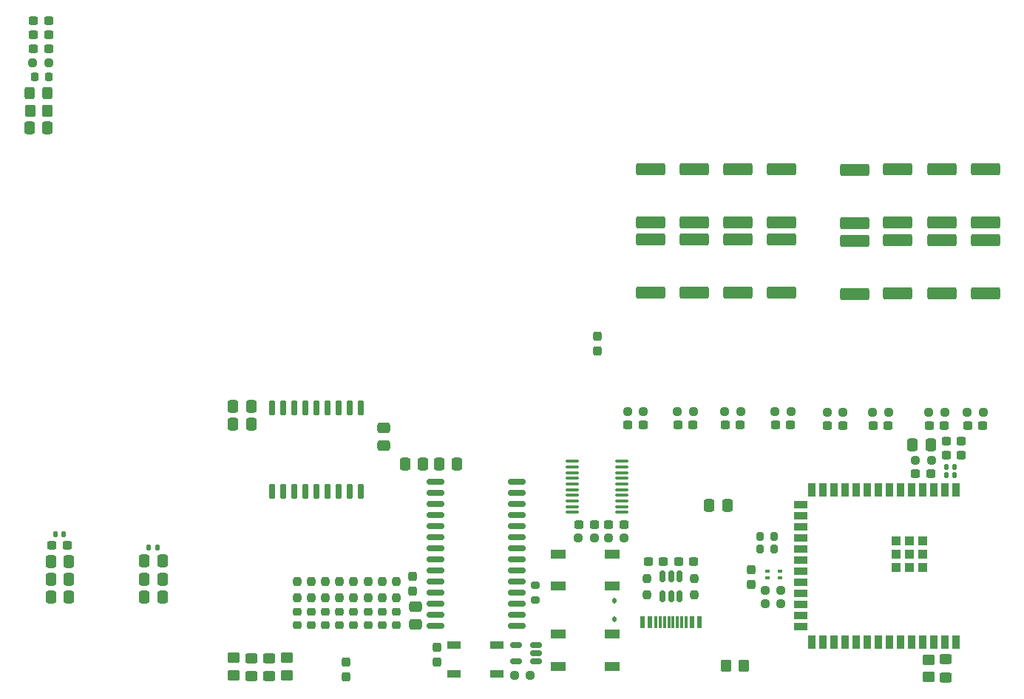
<source format=gbr>
%TF.GenerationSoftware,KiCad,Pcbnew,8.0.4*%
%TF.CreationDate,2024-08-24T14:02:02+02:00*%
%TF.ProjectId,hamodule,68616d6f-6475-46c6-952e-6b696361645f,20240821.23.8*%
%TF.SameCoordinates,Original*%
%TF.FileFunction,Paste,Top*%
%TF.FilePolarity,Positive*%
%FSLAX46Y46*%
G04 Gerber Fmt 4.6, Leading zero omitted, Abs format (unit mm)*
G04 Created by KiCad (PCBNEW 8.0.4) date 2024-08-24 14:02:02*
%MOMM*%
%LPD*%
G01*
G04 APERTURE LIST*
G04 Aperture macros list*
%AMRoundRect*
0 Rectangle with rounded corners*
0 $1 Rounding radius*
0 $2 $3 $4 $5 $6 $7 $8 $9 X,Y pos of 4 corners*
0 Add a 4 corners polygon primitive as box body*
4,1,4,$2,$3,$4,$5,$6,$7,$8,$9,$2,$3,0*
0 Add four circle primitives for the rounded corners*
1,1,$1+$1,$2,$3*
1,1,$1+$1,$4,$5*
1,1,$1+$1,$6,$7*
1,1,$1+$1,$8,$9*
0 Add four rect primitives between the rounded corners*
20,1,$1+$1,$2,$3,$4,$5,0*
20,1,$1+$1,$4,$5,$6,$7,0*
20,1,$1+$1,$6,$7,$8,$9,0*
20,1,$1+$1,$8,$9,$2,$3,0*%
G04 Aperture macros list end*
%ADD10RoundRect,0.140000X0.140000X0.170000X-0.140000X0.170000X-0.140000X-0.170000X0.140000X-0.170000X0*%
%ADD11RoundRect,0.249999X-1.425001X0.450001X-1.425001X-0.450001X1.425001X-0.450001X1.425001X0.450001X0*%
%ADD12RoundRect,0.250000X0.450000X-0.325000X0.450000X0.325000X-0.450000X0.325000X-0.450000X-0.325000X0*%
%ADD13RoundRect,0.250000X0.450000X-0.350000X0.450000X0.350000X-0.450000X0.350000X-0.450000X-0.350000X0*%
%ADD14RoundRect,0.250000X0.337500X0.475000X-0.337500X0.475000X-0.337500X-0.475000X0.337500X-0.475000X0*%
%ADD15RoundRect,0.237500X-0.250000X-0.237500X0.250000X-0.237500X0.250000X0.237500X-0.250000X0.237500X0*%
%ADD16RoundRect,0.237500X0.300000X0.237500X-0.300000X0.237500X-0.300000X-0.237500X0.300000X-0.237500X0*%
%ADD17R,1.800000X1.100000*%
%ADD18RoundRect,0.237500X-0.300000X-0.237500X0.300000X-0.237500X0.300000X0.237500X-0.300000X0.237500X0*%
%ADD19RoundRect,0.237500X-0.237500X0.300000X-0.237500X-0.300000X0.237500X-0.300000X0.237500X0.300000X0*%
%ADD20RoundRect,0.150000X0.150000X-0.725000X0.150000X0.725000X-0.150000X0.725000X-0.150000X-0.725000X0*%
%ADD21RoundRect,0.237500X0.237500X-0.250000X0.237500X0.250000X-0.237500X0.250000X-0.237500X-0.250000X0*%
%ADD22RoundRect,0.218750X0.256250X-0.218750X0.256250X0.218750X-0.256250X0.218750X-0.256250X-0.218750X0*%
%ADD23RoundRect,0.150000X0.512500X0.150000X-0.512500X0.150000X-0.512500X-0.150000X0.512500X-0.150000X0*%
%ADD24RoundRect,0.200000X0.200000X0.275000X-0.200000X0.275000X-0.200000X-0.275000X0.200000X-0.275000X0*%
%ADD25R,0.900000X1.500000*%
%ADD26R,1.500000X0.900000*%
%ADD27R,1.000000X1.000000*%
%ADD28RoundRect,0.237500X0.237500X-0.300000X0.237500X0.300000X-0.237500X0.300000X-0.237500X-0.300000X0*%
%ADD29RoundRect,0.200000X-0.275000X0.200000X-0.275000X-0.200000X0.275000X-0.200000X0.275000X0.200000X0*%
%ADD30RoundRect,0.250000X-0.450000X0.325000X-0.450000X-0.325000X0.450000X-0.325000X0.450000X0.325000X0*%
%ADD31RoundRect,0.250000X-0.337500X-0.475000X0.337500X-0.475000X0.337500X0.475000X-0.337500X0.475000X0*%
%ADD32RoundRect,0.112500X0.112500X-0.187500X0.112500X0.187500X-0.112500X0.187500X-0.112500X-0.187500X0*%
%ADD33RoundRect,0.250000X0.350000X0.450000X-0.350000X0.450000X-0.350000X-0.450000X0.350000X-0.450000X0*%
%ADD34RoundRect,0.140000X-0.140000X-0.170000X0.140000X-0.170000X0.140000X0.170000X-0.140000X0.170000X0*%
%ADD35R,0.600000X1.450000*%
%ADD36R,0.300000X1.450000*%
%ADD37RoundRect,0.100000X0.637500X0.100000X-0.637500X0.100000X-0.637500X-0.100000X0.637500X-0.100000X0*%
%ADD38RoundRect,0.250000X0.325000X0.450000X-0.325000X0.450000X-0.325000X-0.450000X0.325000X-0.450000X0*%
%ADD39RoundRect,0.250000X-0.475000X0.337500X-0.475000X-0.337500X0.475000X-0.337500X0.475000X0.337500X0*%
%ADD40RoundRect,0.250000X-0.350000X-0.450000X0.350000X-0.450000X0.350000X0.450000X-0.350000X0.450000X0*%
%ADD41R,0.500000X0.300000*%
%ADD42RoundRect,0.150000X-0.875000X-0.150000X0.875000X-0.150000X0.875000X0.150000X-0.875000X0.150000X0*%
%ADD43RoundRect,0.150000X0.150000X-0.512500X0.150000X0.512500X-0.150000X0.512500X-0.150000X-0.512500X0*%
%ADD44RoundRect,0.237500X0.250000X0.237500X-0.250000X0.237500X-0.250000X-0.237500X0.250000X-0.237500X0*%
%ADD45RoundRect,0.218750X0.218750X0.256250X-0.218750X0.256250X-0.218750X-0.256250X0.218750X-0.256250X0*%
G04 APERTURE END LIST*
D10*
%TO.C,C49*%
X9084000Y17268400D03*
X8124000Y17268400D03*
%TD*%
%TO.C,C48*%
X19784000Y15668400D03*
X18824000Y15668400D03*
%TD*%
D11*
%TO.C,R12*%
X76275000Y59056900D03*
X76275000Y52956900D03*
%TD*%
%TO.C,R11*%
X81228000Y59056900D03*
X81228000Y52956900D03*
%TD*%
%TO.C,R19*%
X81228000Y51005100D03*
X81228000Y44905100D03*
%TD*%
%TO.C,R20*%
X76275000Y51005100D03*
X76275000Y44905100D03*
%TD*%
D12*
%TO.C,D2*%
X30524000Y993400D03*
X30524000Y3043400D03*
%TD*%
D13*
%TO.C,R7*%
X28524000Y3068400D03*
X28524000Y1068400D03*
%TD*%
D14*
%TO.C,C14*%
X9644200Y14098600D03*
X7569200Y14098600D03*
%TD*%
%TO.C,C8*%
X20361500Y12068400D03*
X18286500Y12068400D03*
%TD*%
D11*
%TO.C,R21*%
X91286400Y51005100D03*
X91286400Y44905100D03*
%TD*%
%TO.C,R10*%
X86257200Y59056900D03*
X86257200Y52956900D03*
%TD*%
%TO.C,R9*%
X91286400Y59056900D03*
X91286400Y52956900D03*
%TD*%
%TO.C,R22*%
X86257200Y51005100D03*
X86257200Y44905100D03*
%TD*%
D15*
%TO.C,R1*%
X106588402Y25681201D03*
X108413402Y25681201D03*
%TD*%
D16*
%TO.C,C3*%
X108350902Y24157201D03*
X106625902Y24157201D03*
%TD*%
D17*
%TO.C,SW2*%
X65671000Y14968400D03*
X71871000Y14968400D03*
X65671000Y11268400D03*
X71871000Y11268400D03*
%TD*%
%TO.C,SW3*%
X65669800Y5765800D03*
X71869800Y5765800D03*
X65669800Y2065800D03*
X71869800Y2065800D03*
%TD*%
D18*
%TO.C,C6*%
X110099000Y26268400D03*
X111824000Y26268400D03*
%TD*%
D19*
%TO.C,C30*%
X87779402Y13161201D03*
X87779402Y11436201D03*
%TD*%
D16*
%TO.C,C11*%
X77724000Y14078701D03*
X75999000Y14078701D03*
%TD*%
D12*
%TO.C,D3*%
X32624000Y968400D03*
X32624000Y3018400D03*
%TD*%
D20*
%TO.C,U11*%
X32964000Y22168400D03*
X34234000Y22168400D03*
X35504000Y22168400D03*
X36774000Y22168400D03*
X38044000Y22168400D03*
X39314000Y22168400D03*
X40584000Y22168400D03*
X41854000Y22168400D03*
X43124000Y22168400D03*
X43124000Y31718400D03*
X41854000Y31718400D03*
X40584000Y31718400D03*
X39314000Y31718400D03*
X38044000Y31718400D03*
X36774000Y31718400D03*
X35504000Y31718400D03*
X34234000Y31718400D03*
X32964000Y31718400D03*
%TD*%
D21*
%TO.C,R46*%
X37396000Y9965496D03*
X37396000Y11790496D03*
%TD*%
%TO.C,R45*%
X35770400Y9967396D03*
X35770400Y11792396D03*
%TD*%
D11*
%TO.C,R25*%
X104583200Y50900600D03*
X104583200Y44800600D03*
%TD*%
D18*
%TO.C,C25*%
X96524002Y29707101D03*
X98249002Y29707101D03*
%TD*%
D16*
%TO.C,C40*%
X7324000Y74468400D03*
X5599000Y74468400D03*
%TD*%
D11*
%TO.C,R15*%
X104583200Y59032600D03*
X104583200Y52932600D03*
%TD*%
D22*
%TO.C,D5*%
X35770400Y6790296D03*
X35770400Y8365296D03*
%TD*%
D18*
%TO.C,C23*%
X108156102Y29707101D03*
X109881102Y29707101D03*
%TD*%
D13*
%TO.C,R8*%
X34624000Y1068400D03*
X34624000Y3068400D03*
%TD*%
D15*
%TO.C,R32*%
X84738626Y31255920D03*
X86563626Y31255920D03*
%TD*%
D21*
%TO.C,R50*%
X43898400Y9967396D03*
X43898400Y11792396D03*
%TD*%
%TO.C,R49*%
X42272800Y9965496D03*
X42272800Y11790496D03*
%TD*%
D11*
%TO.C,R26*%
X99644200Y50852800D03*
X99644200Y44752800D03*
%TD*%
D15*
%TO.C,R34*%
X73611526Y31255920D03*
X75436526Y31255920D03*
%TD*%
D23*
%TO.C,U10*%
X63124000Y2641600D03*
X63124000Y3591600D03*
X63124000Y4541600D03*
X60849000Y4541600D03*
X60849000Y2641600D03*
%TD*%
D24*
%TO.C,R5*%
X90454402Y16988701D03*
X88804402Y16988701D03*
%TD*%
D15*
%TO.C,R27*%
X112511500Y31231101D03*
X114336500Y31231101D03*
%TD*%
D11*
%TO.C,R16*%
X99644200Y58982800D03*
X99644200Y52882800D03*
%TD*%
D24*
%TO.C,R6*%
X90454402Y15513701D03*
X88804402Y15513701D03*
%TD*%
D25*
%TO.C,U3*%
X111239402Y22348701D03*
X109969402Y22348701D03*
X108699402Y22348701D03*
X107429402Y22348701D03*
X106159402Y22348701D03*
X104889402Y22348701D03*
X103619402Y22348701D03*
X102349402Y22348701D03*
X101079402Y22348701D03*
X99809402Y22348701D03*
X98539402Y22348701D03*
X97269402Y22348701D03*
X95999402Y22348701D03*
X94729402Y22348701D03*
D26*
X93479402Y20583701D03*
X93479402Y19313701D03*
X93479402Y18043701D03*
X93479402Y16773701D03*
X93479402Y15503701D03*
X93479402Y14233701D03*
X93479402Y12963701D03*
X93479402Y11693701D03*
X93479402Y10423701D03*
X93479402Y9153701D03*
X93479402Y7883701D03*
X93479402Y6613701D03*
D25*
X94729402Y4848701D03*
X95999402Y4848701D03*
X97269402Y4848701D03*
X98539402Y4848701D03*
X99809402Y4848701D03*
X101079402Y4848701D03*
X102349402Y4848701D03*
X103619402Y4848701D03*
X104889402Y4848701D03*
X106159402Y4848701D03*
X107429402Y4848701D03*
X108699402Y4848701D03*
X109969402Y4848701D03*
X111239402Y4848701D03*
D27*
X107389402Y16458701D03*
X105889402Y16458701D03*
X104389402Y16458701D03*
X107389402Y14958701D03*
X105889402Y14958701D03*
X104389402Y14958701D03*
X107389402Y13458701D03*
X105889402Y13458701D03*
X104389402Y13458701D03*
%TD*%
D11*
%TO.C,R13*%
X114616200Y59032600D03*
X114616200Y52932600D03*
%TD*%
D22*
%TO.C,D10*%
X43898400Y6790396D03*
X43898400Y8365396D03*
%TD*%
D15*
%TO.C,R44*%
X60659400Y1051600D03*
X62484400Y1051600D03*
%TD*%
D28*
%TO.C,C31*%
X51839200Y2540700D03*
X51839200Y4265700D03*
%TD*%
D29*
%TO.C,R43*%
X63024000Y11368400D03*
X63024000Y9718400D03*
%TD*%
D15*
%TO.C,R29*%
X101706402Y31231101D03*
X103531402Y31231101D03*
%TD*%
D30*
%TO.C,D13*%
X110058200Y2879200D03*
X110058200Y829200D03*
%TD*%
D31*
%TO.C,C35*%
X48149000Y25268400D03*
X50224000Y25268400D03*
%TD*%
D28*
%TO.C,C34*%
X49024000Y10668400D03*
X49024000Y12393400D03*
%TD*%
D32*
%TO.C,D1*%
X72124000Y7468400D03*
X72124000Y9568400D03*
%TD*%
D11*
%TO.C,R14*%
X109637800Y59032600D03*
X109637800Y52932600D03*
%TD*%
D16*
%TO.C,C22*%
X114286500Y29707101D03*
X112561500Y29707101D03*
%TD*%
D14*
%TO.C,C15*%
X9644200Y12041200D03*
X7569200Y12041200D03*
%TD*%
D18*
%TO.C,C42*%
X5599000Y72868400D03*
X7324000Y72868400D03*
%TD*%
D33*
%TO.C,R55*%
X7224000Y65768400D03*
X5224000Y65768400D03*
%TD*%
D34*
%TO.C,C44*%
X110144000Y24968400D03*
X111104000Y24968400D03*
%TD*%
D35*
%TO.C,J3*%
X75355402Y7137801D03*
X76155402Y7137801D03*
D36*
X77355402Y7137801D03*
X78355402Y7137801D03*
X78855402Y7137801D03*
X79855402Y7137801D03*
D35*
X81055402Y7137801D03*
X81855402Y7137801D03*
X81855402Y7137801D03*
X81055402Y7137801D03*
D36*
X80355402Y7137801D03*
X79355402Y7137801D03*
X77855402Y7137801D03*
X76855402Y7137801D03*
D35*
X76155402Y7137801D03*
X75355402Y7137801D03*
%TD*%
D15*
%TO.C,R31*%
X90529826Y31255920D03*
X92354826Y31255920D03*
%TD*%
D18*
%TO.C,C47*%
X71486500Y18368400D03*
X73211500Y18368400D03*
%TD*%
D15*
%TO.C,R36*%
X69811500Y16768400D03*
X67986500Y16768400D03*
%TD*%
D21*
%TO.C,R47*%
X39021600Y9965496D03*
X39021600Y11790496D03*
%TD*%
D18*
%TO.C,C27*%
X84785626Y29731920D03*
X86510626Y29731920D03*
%TD*%
D22*
%TO.C,D12*%
X47149600Y6790396D03*
X47149600Y8365396D03*
%TD*%
D37*
%TO.C,U9*%
X72986500Y19743400D03*
X72986500Y20393400D03*
X72986500Y21043400D03*
X72986500Y21693400D03*
X72986500Y22343400D03*
X72986500Y22993400D03*
X72986500Y23643400D03*
X72986500Y24293400D03*
X72986500Y24943400D03*
X72986500Y25593400D03*
X67261500Y25593400D03*
X67261500Y24943400D03*
X67261500Y24293400D03*
X67261500Y23643400D03*
X67261500Y22993400D03*
X67261500Y22343400D03*
X67261500Y21693400D03*
X67261500Y21043400D03*
X67261500Y20393400D03*
X67261500Y19743400D03*
%TD*%
D18*
%TO.C,C28*%
X79402600Y29731920D03*
X81127600Y29731920D03*
%TD*%
D14*
%TO.C,C10*%
X20353700Y10004400D03*
X18278700Y10004400D03*
%TD*%
D15*
%TO.C,R30*%
X96474002Y31231101D03*
X98299002Y31231101D03*
%TD*%
D38*
%TO.C,D14*%
X7224000Y67768400D03*
X5174000Y67768400D03*
%TD*%
D22*
%TO.C,D6*%
X37396000Y6790396D03*
X37396000Y8365396D03*
%TD*%
D19*
%TO.C,C33*%
X41427400Y2615100D03*
X41427400Y890100D03*
%TD*%
D31*
%TO.C,C38*%
X82986500Y20568400D03*
X85061500Y20568400D03*
%TD*%
D21*
%TO.C,R52*%
X47149600Y9967396D03*
X47149600Y11792396D03*
%TD*%
D18*
%TO.C,C24*%
X101756402Y29707101D03*
X103481402Y29707101D03*
%TD*%
D31*
%TO.C,C36*%
X52049000Y25268400D03*
X54124000Y25268400D03*
%TD*%
D16*
%TO.C,C26*%
X92301826Y29731920D03*
X90576826Y29731920D03*
%TD*%
D39*
%TO.C,C37*%
X45724000Y29443400D03*
X45724000Y27368400D03*
%TD*%
D26*
%TO.C,D4*%
X53724000Y4518400D03*
X53724000Y1218400D03*
X58624000Y1218400D03*
X58624000Y4518400D03*
%TD*%
D15*
%TO.C,R35*%
X71424000Y16768400D03*
X73249000Y16768400D03*
%TD*%
D21*
%TO.C,R4*%
X81309402Y10296201D03*
X81309402Y12121201D03*
%TD*%
%TO.C,R51*%
X45524000Y9967396D03*
X45524000Y11792396D03*
%TD*%
D16*
%TO.C,C46*%
X69811500Y18368400D03*
X68086500Y18368400D03*
%TD*%
%TO.C,C17*%
X9449000Y15968400D03*
X7724000Y15968400D03*
%TD*%
D14*
%TO.C,C21*%
X30524000Y29868400D03*
X28449000Y29868400D03*
%TD*%
D40*
%TO.C,R2*%
X86944200Y2184400D03*
X84944200Y2184400D03*
%TD*%
D41*
%TO.C,U8*%
X91089402Y12205101D03*
X91089402Y13005101D03*
X89689402Y13005101D03*
X89689402Y12205101D03*
%TD*%
D42*
%TO.C,U13*%
X51624000Y23248400D03*
X51624000Y21978400D03*
X51624000Y20708400D03*
X51624000Y19438400D03*
X51624000Y18168400D03*
X51624000Y16898400D03*
X51624000Y15628400D03*
X51624000Y14358400D03*
X51624000Y13088400D03*
X51624000Y11818400D03*
X51624000Y10548400D03*
X51624000Y9278400D03*
X51624000Y8008400D03*
X51624000Y6738400D03*
X60924000Y6738400D03*
X60924000Y8008400D03*
X60924000Y9278400D03*
X60924000Y10548400D03*
X60924000Y11818400D03*
X60924000Y13088400D03*
X60924000Y14358400D03*
X60924000Y15628400D03*
X60924000Y16898400D03*
X60924000Y18168400D03*
X60924000Y19438400D03*
X60924000Y20708400D03*
X60924000Y21978400D03*
X60924000Y23248400D03*
%TD*%
D22*
%TO.C,D8*%
X40647200Y6790396D03*
X40647200Y8365396D03*
%TD*%
D43*
%TO.C,U2*%
X77659402Y10101201D03*
X78609402Y10101201D03*
X79559402Y10101201D03*
X79559402Y12376201D03*
X78609402Y12376201D03*
X77659402Y12376201D03*
%TD*%
D18*
%TO.C,C13*%
X79499000Y14078701D03*
X81224000Y14078701D03*
%TD*%
D31*
%TO.C,C41*%
X5149000Y63768400D03*
X7224000Y63768400D03*
%TD*%
D15*
%TO.C,R17*%
X89358502Y10795000D03*
X91183502Y10795000D03*
%TD*%
D14*
%TO.C,C16*%
X9644200Y10009200D03*
X7569200Y10009200D03*
%TD*%
D22*
%TO.C,D7*%
X39021600Y6790396D03*
X39021600Y8365396D03*
%TD*%
D11*
%TO.C,R24*%
X109637800Y50904600D03*
X109637800Y44804600D03*
%TD*%
D44*
%TO.C,R54*%
X7324000Y71268400D03*
X5499000Y71268400D03*
%TD*%
D22*
%TO.C,D9*%
X42272800Y6790396D03*
X42272800Y8365396D03*
%TD*%
D11*
%TO.C,R23*%
X114616200Y50904600D03*
X114616200Y44804600D03*
%TD*%
D18*
%TO.C,C4*%
X110099000Y27868400D03*
X111824000Y27868400D03*
%TD*%
D14*
%TO.C,C5*%
X20361500Y14168400D03*
X18286500Y14168400D03*
%TD*%
%TO.C,C20*%
X30524000Y31868400D03*
X28449000Y31868400D03*
%TD*%
D21*
%TO.C,R48*%
X40647200Y9965496D03*
X40647200Y11790496D03*
%TD*%
D34*
%TO.C,C43*%
X110144000Y23968400D03*
X111104000Y23968400D03*
%TD*%
D15*
%TO.C,R33*%
X79351926Y31267400D03*
X81176926Y31267400D03*
%TD*%
D16*
%TO.C,C39*%
X7324000Y76068400D03*
X5599000Y76068400D03*
%TD*%
D15*
%TO.C,R18*%
X89358502Y9271000D03*
X91183502Y9271000D03*
%TD*%
D13*
%TO.C,R53*%
X108102400Y854200D03*
X108102400Y2854200D03*
%TD*%
D21*
%TO.C,R3*%
X75839402Y10316201D03*
X75839402Y12141201D03*
%TD*%
D19*
%TO.C,C9*%
X70154000Y39953400D03*
X70154000Y38228400D03*
%TD*%
D18*
%TO.C,C29*%
X73660426Y29731920D03*
X75385426Y29731920D03*
%TD*%
D14*
%TO.C,C7*%
X108324000Y27468400D03*
X106249000Y27468400D03*
%TD*%
D39*
%TO.C,C32*%
X49324000Y8943400D03*
X49324000Y6868400D03*
%TD*%
D22*
%TO.C,D11*%
X45524000Y6790396D03*
X45524000Y8365396D03*
%TD*%
D15*
%TO.C,R28*%
X108105302Y31231101D03*
X109930302Y31231101D03*
%TD*%
D45*
%TO.C,D15*%
X7324000Y69668400D03*
X5749000Y69668400D03*
%TD*%
M02*

</source>
